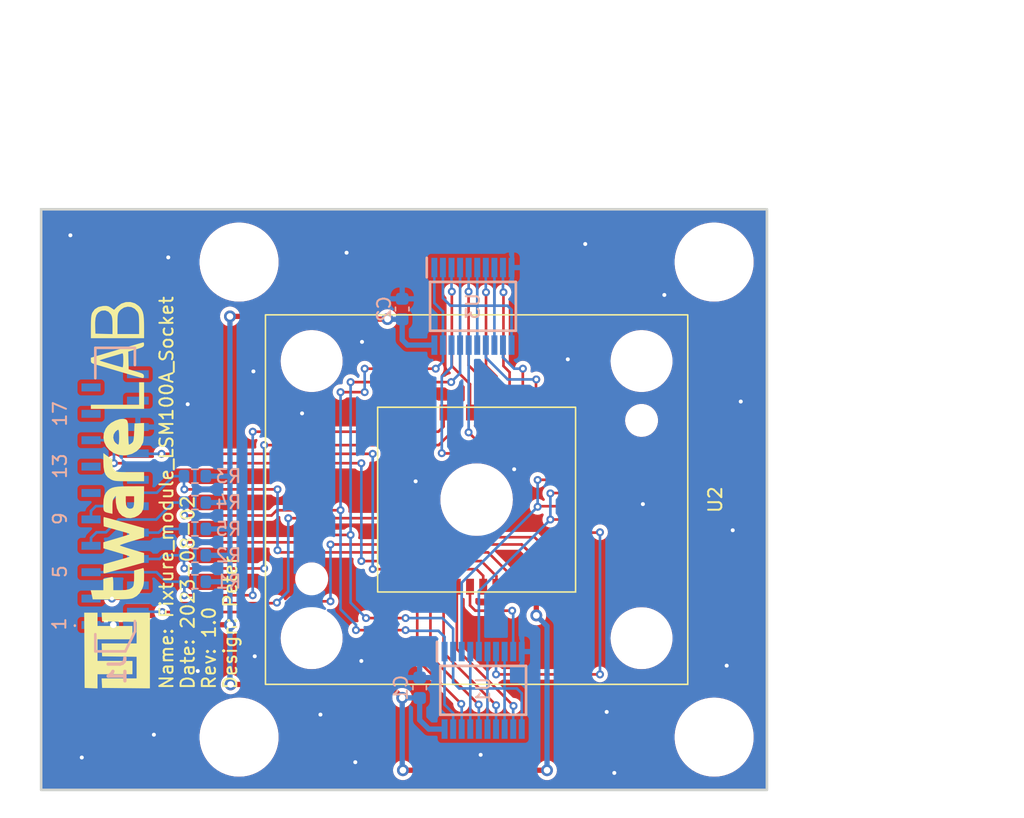
<source format=kicad_pcb>
(kicad_pcb (version 20221018) (generator pcbnew)
  (title_block (title "Fixfure_module_lsm100a_socket") (date "2023-08-02") (rev "0"))
  (layers (0 "F.Cu" signal) (31 "B.Cu" signal) (34 "B.Paste" user) (35 "F.Paste" user) (36 "B.SilkS" user "B.Silkscreen") (37 "F.SilkS" user "F.Silkscreen") (38 "B.Mask" user) (39 "F.Mask" user) (44 "Edge.Cuts" user))
  (net 0 "")
  (net 1 "VDD")
  (net 2 "GND")
  (net 3 "UART2_TX")
  (net 4 "UART2_RX")
  (net 6 "GPIO02")
  (net 7 "GPIO03")
  (net 8 "GPIO04")
  (net 9 "GPIO05")
  (net 10 "GPIO06")
  (net 11 "UART1_TX")
  (net 12 "UART1_RX")
  (net 15 "SWDIO")
  (net 16 "SWCLK")
  (net 22 "/LSM100A_WITH_SOCKET/TIO7")
  (net 23 "/LSM100A_WITH_SOCKET/TIO6")
  (net 24 "/LSM100A_WITH_SOCKET/TIO5")
  (net 25 "/LSM100A_WITH_SOCKET/TIO4")
  (net 26 "/LSM100A_WITH_SOCKET/TIO3")
  (net 27 "/LSM100A_WITH_SOCKET/TIO2")
  (net 28 "/LSM100A_WITH_SOCKET/TIO1")
  (net 29 "/LSM100A_WITH_SOCKET/TIO0")
  (net 30 "/LSM100A_WITH_SOCKET/TIO8")
  (net 31 "/LSM100A_WITH_SOCKET/TIO9")
  (net 32 "/LSM100A_WITH_SOCKET/TIO10")
  (net 33 "/LSM100A_WITH_SOCKET/TIO11")
  (net 34 "/LSM100A_WITH_SOCKET/TIO12")
  (net 35 "/LSM100A_WITH_SOCKET/TIO13")
  (net 36 "/LSM100A_WITH_SOCKET/TIO14")
  (net 37 "/LSM100A_WITH_SOCKET/TIO15")
  (footprint "tWareLab:twarelablogo_w80" (layer "F.Cu") (at 125.7792 98.28 90)
    (fp_text reference "G***" hide)
    (fp_text value "LOGO" hide)
  )
  (footprint "tWareLab:lsm100a_socket" (layer "F.Cu") (at 153.0568 98.5992 180)
    (fp_text reference "U2" (at -18.0884 -0.0036 90 unlocked) (layer "F.SilkS"))
    (fp_text value "LSM100A_SOCKET")
    (pad "" np_thru_hole circle (at -12.5 -10.5 180) (size 2.7 2.7) (drill 2.7) (layers "F&B.Cu" "*.Mask") (clearance 1))
    (pad "" np_thru_hole circle (at -12.5 6 180) (size 2 2) (drill 2) (layers "*.Cu" "*.Mask"))
    (pad "" np_thru_hole circle (at -12.5 10.5 180) (size 2.7 2.7) (drill 2.7) (layers "F&B.Cu" "*.Mask") (clearance 1))
    (pad "" np_thru_hole circle (at 0 0 180) (size 5 5) (drill 5) (layers "*.Cu" "*.Mask"))
    (pad "" np_thru_hole circle (at 12.5 -10.5 180) (size 2.7 2.7) (drill 2.7) (layers "F&B.Cu" "*.Mask") (clearance 1))
    (pad "" np_thru_hole circle (at 12.5 -6 180) (size 2 2) (drill 2) (layers "*.Cu" "*.Mask"))
    (pad "" np_thru_hole circle (at 12.5 10.5 180) (size 2.7 2.7) (drill 2.7) (layers "F&B.Cu" "*.Mask") (clearance 1))
    (pad "1" smd rect (at 5.5 -6.6 90) (size 1.2 0.6) (layers "F.Cu" "F.Paste" "F.Mask") (net 2 "GND"))
    (pad "2" smd rect (at 4.5 -6.6 90) (size 1.2 0.6) (layers "F.Cu" "F.Paste" "F.Mask") (net 29 "/LSM100A_WITH_SOCKET/TIO0"))
    (pad "3" smd rect (at 3.5 -6.6 90) (size 1.2 0.6) (layers "F.Cu" "F.Paste" "F.Mask") (net 28 "/LSM100A_WITH_SOCKET/TIO1"))
    (pad "4" smd rect (at 2.5 -6.6 90) (size 1.2 0.6) (layers "F.Cu" "F.Paste" "F.Mask") (net 27 "/LSM100A_WITH_SOCKET/TIO2"))
    (pad "5" smd rect (at 1.5 -6.6 90) (size 1.2 0.6) (layers "F.Cu" "F.Paste" "F.Mask") (net 26 "/LSM100A_WITH_SOCKET/TIO3"))
    (pad "6" smd rect (at 0.5 -6.6 90) (size 1.2 0.6) (layers "F.Cu" "F.Paste" "F.Mask") (net 25 "/LSM100A_WITH_SOCKET/TIO4"))
    (pad "7" smd rect (at -0.5 -6.6 90) (size 1.2 0.6) (layers "F.Cu" "F.Paste" "F.Mask") (net 15 "SWDIO"))
    (pad "8" smd rect (at -1.5 -6.6 90) (size 1.2 0.6) (layers "F.Cu" "F.Paste" "F.Mask") (net 16 "SWCLK"))
    (pad "9" smd rect (at -2.5 -6.6 90) (size 1.2 0.6) (layers "F.Cu" "F.Paste" "F.Mask") (net 10 "GPIO06"))
    (pad "10" smd rect (at -3.5 -6.6 90) (size 1.2 0.6) (layers "F.Cu" "F.Paste" "F.Mask") (net 2 "GND"))
    (pad "11" smd rect (at -4.5 -6.6 90) (size 1.2 0.6) (layers "F.Cu" "F.Paste" "F.Mask") (net 1 "VDD"))
    (pad "12" smd rect (at -5.5 -6.6 90) (size 1.2 0.6) (layers "F.Cu" "F.Paste" "F.Mask") (net 2 "GND"))
    (pad "13" smd rect (at -7.1 -4.5 180) (size 1.2 0.6) (layers "F.Cu" "F.Paste" "F.Mask") (net 3 "UART2_TX"))
    (pad "14" smd rect (at -7.1 -3.5 180) (size 1.2 0.6) (layers "F.Cu" "F.Paste" "F.Mask") (net 4 "UART2_RX"))
    (pad "15" smd rect (at -7.1 -2.5 180) (size 1.2 0.6) (layers "F.Cu" "F.Paste" "F.Mask") (net 24 "/LSM100A_WITH_SOCKET/TIO5"))
    (pad "16" smd rect (at -7.1 -1.5 180) (size 1.2 0.6) (layers "F.Cu" "F.Paste" "F.Mask") (net 23 "/LSM100A_WITH_SOCKET/TIO6"))
    (pad "17" smd rect (at -7.1 -0.5 180) (size 1.2 0.6) (layers "F.Cu" "F.Paste" "F.Mask") (net 22 "/LSM100A_WITH_SOCKET/TIO7"))
    (pad "18" smd rect (at -7.1 0.5 180) (size 1.2 0.6) (layers "F.Cu" "F.Paste" "F.Mask") (net 23 "/LSM100A_WITH_SOCKET/TIO6"))
    (pad "19" smd rect (at -7.1 1.5 180) (size 1.2 0.6) (layers "F.Cu" "F.Paste" "F.Mask") (net 22 "/LSM100A_WITH_SOCKET/TIO7"))
    (pad "20" smd rect (at -7.1 2.5 180) (size 1.2 0.6) (layers "F.Cu" "F.Paste" "F.Mask") (net 2 "GND"))
    (pad "21" smd rect (at -7.1 3.5 180) (size 1.2 0.6) (layers "F.Cu" "F.Paste" "F.Mask") (net 30 "/LSM100A_WITH_SOCKET/TIO8"))
    (pad "22" smd rect (at -7.1 4.5 180) (size 1.2 0.6) (layers "F.Cu" "F.Paste" "F.Mask") (net 31 "/LSM100A_WITH_SOCKET/TIO9"))
    (pad "23" smd rect (at -5.5 6.6 90) (size 1.2 0.6) (layers "F.Cu" "F.Paste" "F.Mask") (net 2 "GND"))
    (pad "24" smd rect (at -4.5 6.6 90) (size 1.2 0.6) (layers "F.Cu" "F.Paste" "F.Mask") (net 32 "/LSM100A_WITH_SOCKET/TIO10"))
    (pad "25" smd rect (at -3.5 6.6 90) (size 1.2 0.6) (layers "F.Cu" "F.Paste" "F.Mask") (net 33 "/LSM100A_WITH_SOCKET/TIO11"))
    (pad "26" smd rect (at -2.5 6.6 90) (size 1.2 0.6) (layers "F.Cu" "F.Paste" "F.Mask") (net 34 "/LSM100A_WITH_SOCKET/TIO12"))
    (pad "27" smd rect (at -1.5 6.6 90) (size 1.2 0.6) (layers "F.Cu" "F.Paste" "F.Mask") (net 35 "/LSM100A_WITH_SOCKET/TIO13"))
    (pad "28" smd rect (at -0.5 6.6 90) (size 1.2 0.6) (layers "F.Cu" "F.Paste" "F.Mask") (net 36 "/LSM100A_WITH_SOCKET/TIO14"))
    (pad "29" smd rect (at 0.5 6.6 90) (size 1.2 0.6) (layers "F.Cu" "F.Paste" "F.Mask") (net 37 "/LSM100A_WITH_SOCKET/TIO15"))
    (pad "30" smd rect (at 1.5 6.6 90) (size 1.2 0.6) (layers "F.Cu" "F.Paste" "F.Mask") (net 7 "GPIO03"))
    (pad "31" smd rect (at 2.5 6.6 90) (size 1.2 0.6) (layers "F.Cu" "F.Paste" "F.Mask") (net 6 "GPIO02"))
    (pad "32" smd rect (at 3.5 6.6 90) (size 1.2 0.6) (layers "F.Cu" "F.Paste" "F.Mask") (net 2 "GND"))
    (pad "33" smd rect (at 4.5 6.6 90) (size 1.2 0.6) (layers "F.Cu" "F.Paste" "F.Mask"))
    (pad "34" smd rect (at 5.5 6.6 90) (size 1.2 0.6) (layers "F.Cu" "F.Paste" "F.Mask") (net 2 "GND"))
  )
  (footprint "MountingHole:MountingHole_3mm" (layer "F.Cu") (at 171.0568 116.5992)
    (fp_text reference "REF**" hide)
    (fp_text value "MountingHole_3mm")
    (pad "" np_thru_hole circle (at 0 0) (size 3 3) (drill 3) (layers "*.Cu" "*.Mask"))
  )
  (footprint "MountingHole:MountingHole_3mm" (layer "F.Cu") (at 171.0568 80.5992)
    (fp_text reference "REF**" hide)
    (fp_text value "MountingHole_3mm")
    (pad "" np_thru_hole circle (at 0 0) (size 3 3) (drill 3) (layers "*.Cu" "*.Mask"))
  )
  (footprint "MountingHole:MountingHole_3mm" (layer "F.Cu") (at 135.0568 116.5992)
    (fp_text reference "REF**" hide)
    (fp_text value "MountingHole_3mm")
    (pad "" np_thru_hole circle (at 0 0) (size 3 3) (drill 3) (layers "*.Cu" "*.Mask"))
  )
  (footprint "MountingHole:MountingHole_3mm" (layer "F.Cu") (at 135.0568 80.5992)
    (fp_text reference "REF**" hide)
    (fp_text value "MountingHole_3mm")
    (pad "" np_thru_hole circle (at 0 0) (size 3 3) (drill 3) (layers "*.Cu" "*.Mask"))
  )
  (footprint "Resistor_SMD:R_0603_1608Metric" (layer "B.Cu") (at 131.7088 102.8236 180)
    (fp_text reference "R2" (at -2.54 0) (layer "B.SilkS") (effects (justify mirror)))
    (fp_text value "10K")
    (pad "1" smd roundrect (at -0.825 0 180) (size 0.8 0.95) (layers "B.Cu" "B.Paste" "B.Mask") (net 1 "VDD"))
    (pad "2" smd roundrect (at 0.825 0 180) (size 0.8 0.95) (layers "B.Cu" "B.Paste" "B.Mask") (net 7 "GPIO03"))
  )
  (footprint "tWareLab:528082071" (layer "B.Cu") (at 125.6128 98.5992 90)
    (fp_text reference "J1" (at -12.8888 0.2172 90) (layer "B.SilkS") (effects (font (size 1.27 1.27) (thickness 0.254)) (justify mirror)))
    (fp_text value "Conn_01x20" hide)
    (pad "1" smd rect (at -9.5 -1.775 90) (size 0.6 1.45) (layers "B.Cu" "B.Paste" "B.Mask") (net 1 "VDD"))
    (pad "2" smd rect (at -8.5 1.775 90) (size 0.6 1.65) (layers "B.Cu" "B.Paste" "B.Mask") (net 3 "UART2_TX"))
    (pad "3" smd rect (at -7.5 -1.775 90) (size 0.6 1.45) (layers "B.Cu" "B.Paste" "B.Mask") (net 4 "UART2_RX"))
    (pad "4" smd rect (at -6.5 1.775 90) (size 0.6 1.65) (layers "B.Cu" "B.Paste" "B.Mask"))
    (pad "5" smd rect (at -5.5 -1.775 90) (size 0.6 1.45) (layers "B.Cu" "B.Paste" "B.Mask") (net 6 "GPIO02"))
    (pad "6" smd rect (at -4.5 1.775 90) (size 0.6 1.65) (layers "B.Cu" "B.Paste" "B.Mask") (net 7 "GPIO03"))
    (pad "7" smd rect (at -3.5 -1.775 90) (size 0.6 1.45) (layers "B.Cu" "B.Paste" "B.Mask") (net 8 "GPIO04"))
    (pad "8" smd rect (at -2.5 1.775 90) (size 0.6 1.65) (layers "B.Cu" "B.Paste" "B.Mask") (net 9 "GPIO05"))
    (pad "9" smd rect (at -1.5 -1.775 90) (size 0.6 1.45) (layers "B.Cu" "B.Paste" "B.Mask") (net 10 "GPIO06"))
    (pad "10" smd rect (at -0.5 1.775 90) (size 0.6 1.65) (layers "B.Cu" "B.Paste" "B.Mask") (net 11 "UART1_TX"))
    (pad "11" smd rect (at 0.5 -1.775 90) (size 0.6 1.45) (layers "B.Cu" "B.Paste" "B.Mask") (net 12 "UART1_RX"))
    (pad "12" smd rect (at 1.5 1.775 90) (size 0.6 1.65) (layers "B.Cu" "B.Paste" "B.Mask"))
    (pad "13" smd rect (at 2.5 -1.775 90) (size 0.6 1.45) (layers "B.Cu" "B.Paste" "B.Mask"))
    (pad "14" smd rect (at 3.5 1.775 90) (size 0.6 1.65) (layers "B.Cu" "B.Paste" "B.Mask") (net 15 "SWDIO"))
    (pad "15" smd rect (at 4.5 -1.775 90) (size 0.6 1.45) (layers "B.Cu" "B.Paste" "B.Mask") (net 16 "SWCLK"))
    (pad "16" smd rect (at 5.5 1.775 90) (size 0.6 1.65) (layers "B.Cu" "B.Paste" "B.Mask") (net 2 "GND"))
    (pad "17" smd rect (at 6.5 -1.775 90) (size 0.6 1.45) (layers "B.Cu" "B.Paste" "B.Mask"))
    (pad "18" smd rect (at 7.5 1.775 90) (size 0.6 1.65) (layers "B.Cu" "B.Paste" "B.Mask"))
    (pad "19" smd rect (at 8.5 -1.775 90) (size 0.6 1.45) (layers "B.Cu" "B.Paste" "B.Mask"))
    (pad "20" smd rect (at 9.5 1.775 90) (size 0.6 1.65) (layers "B.Cu" "B.Paste" "B.Mask"))
  )
  (footprint "Resistor_SMD:R_0603_1608Metric" (layer "B.Cu") (at 131.7088 96.8236 180)
    (fp_text reference "R3" (at -2.54 0) (layer "B.SilkS") (effects (justify mirror)))
    (fp_text value "10K")
    (pad "1" smd roundrect (at -0.825 0 180) (size 0.8 0.95) (layers "B.Cu" "B.Paste" "B.Mask") (net 1 "VDD"))
    (pad "2" smd roundrect (at 0.825 0 180) (size 0.8 0.95) (layers "B.Cu" "B.Paste" "B.Mask") (net 10 "GPIO06"))
  )
  (footprint "Resistor_SMD:R_0603_1608Metric" (layer "B.Cu") (at 131.7088 100.8236 180)
    (fp_text reference "R5" (at -2.54 0) (layer "B.SilkS") (effects (justify mirror)))
    (fp_text value "10K")
    (pad "1" smd roundrect (at -0.825 0 180) (size 0.8 0.95) (layers "B.Cu" "B.Paste" "B.Mask") (net 1 "VDD"))
    (pad "2" smd roundrect (at 0.825 0 180) (size 0.8 0.95) (layers "B.Cu" "B.Paste" "B.Mask") (net 9 "GPIO05"))
  )
  (footprint "tWareLab:SOP65P640X120-20N" (layer "B.Cu") (at 152.7798 83.9532 -90)
    (fp_text reference "U3" (at 0 0 -270) (layer "B.SilkS") (effects (justify mirror)))
    (fp_text value "SN74LVC240APW" hide)
    (pad "1" smd rect (at -2.938 2.925 180) (size 0.45 1.475) (layers "B.Cu" "B.Paste" "B.Mask") (net 8 "GPIO04"))
    (pad "2" smd rect (at -2.938 2.275 180) (size 0.45 1.475) (layers "B.Cu" "B.Paste" "B.Mask") (net 9 "GPIO05"))
    (pad "3" smd rect (at -2.938 1.625 180) (size 0.45 1.475) (layers "B.Cu" "B.Paste" "B.Mask") (net 37 "/LSM100A_WITH_SOCKET/TIO15"))
    (pad "4" smd rect (at -2.938 0.975 180) (size 0.45 1.475) (layers "B.Cu" "B.Paste" "B.Mask") (net 9 "GPIO05"))
    (pad "5" smd rect (at -2.938 0.325 180) (size 0.45 1.475) (layers "B.Cu" "B.Paste" "B.Mask") (net 36 "/LSM100A_WITH_SOCKET/TIO14"))
    (pad "6" smd rect (at -2.938 -0.325 180) (size 0.45 1.475) (layers "B.Cu" "B.Paste" "B.Mask") (net 9 "GPIO05"))
    (pad "7" smd rect (at -2.938 -0.975 180) (size 0.45 1.475) (layers "B.Cu" "B.Paste" "B.Mask") (net 35 "/LSM100A_WITH_SOCKET/TIO13"))
    (pad "8" smd rect (at -2.938 -1.625 180) (size 0.45 1.475) (layers "B.Cu" "B.Paste" "B.Mask") (net 9 "GPIO05"))
    (pad "9" smd rect (at -2.938 -2.275 180) (size 0.45 1.475) (layers "B.Cu" "B.Paste" "B.Mask") (net 34 "/LSM100A_WITH_SOCKET/TIO12"))
    (pad "10" smd rect (at -2.938 -2.925 180) (size 0.45 1.475) (layers "B.Cu" "B.Paste" "B.Mask") (net 2 "GND"))
    (pad "11" smd rect (at 2.938 -2.925 180) (size 0.45 1.475) (layers "B.Cu" "B.Paste" "B.Mask") (net 9 "GPIO05"))
    (pad "12" smd rect (at 2.938 -2.275 180) (size 0.45 1.475) (layers "B.Cu" "B.Paste" "B.Mask") (net 33 "/LSM100A_WITH_SOCKET/TIO11"))
    (pad "13" smd rect (at 2.938 -1.625 180) (size 0.45 1.475) (layers "B.Cu" "B.Paste" "B.Mask") (net 9 "GPIO05"))
    (pad "14" smd rect (at 2.938 -0.975 180) (size 0.45 1.475) (layers "B.Cu" "B.Paste" "B.Mask") (net 32 "/LSM100A_WITH_SOCKET/TIO10"))
    (pad "15" smd rect (at 2.938 -0.325 180) (size 0.45 1.475) (layers "B.Cu" "B.Paste" "B.Mask") (net 9 "GPIO05"))
    (pad "16" smd rect (at 2.938 0.325 180) (size 0.45 1.475) (layers "B.Cu" "B.Paste" "B.Mask") (net 31 "/LSM100A_WITH_SOCKET/TIO9"))
    (pad "17" smd rect (at 2.938 0.975 180) (size 0.45 1.475) (layers "B.Cu" "B.Paste" "B.Mask") (net 9 "GPIO05"))
    (pad "18" smd rect (at 2.938 1.625 180) (size 0.45 1.475) (layers "B.Cu" "B.Paste" "B.Mask") (net 30 "/LSM100A_WITH_SOCKET/TIO8"))
    (pad "19" smd rect (at 2.938 2.275 180) (size 0.45 1.475) (layers "B.Cu" "B.Paste" "B.Mask") (net 8 "GPIO04"))
    (pad "20" smd rect (at 2.938 2.925 180) (size 0.45 1.475) (layers "B.Cu" "B.Paste" "B.Mask") (net 1 "VDD"))
  )
  (footprint "tWareLab:SOP65P640X120-20N" (layer "B.Cu") (at 153.5528 113.0532 -90)
    (fp_text reference "U1" (at 0 0 90) (layer "B.SilkS") (effects (justify mirror)))
    (fp_text value "SN74LVC240APW" hide)
    (pad "1" smd rect (at -2.938 2.925 180) (size 0.45 1.475) (layers "B.Cu" "B.Paste" "B.Mask") (net 8 "GPIO04"))
    (pad "2" smd rect (at -2.938 2.275 180) (size 0.45 1.475) (layers "B.Cu" "B.Paste" "B.Mask") (net 9 "GPIO05"))
    (pad "3" smd rect (at -2.938 1.625 180) (size 0.45 1.475) (layers "B.Cu" "B.Paste" "B.Mask") (net 22 "/LSM100A_WITH_SOCKET/TIO7"))
    (pad "4" smd rect (at -2.938 0.975 180) (size 0.45 1.475) (layers "B.Cu" "B.Paste" "B.Mask") (net 9 "GPIO05"))
    (pad "5" smd rect (at -2.938 0.325 180) (size 0.45 1.475) (layers "B.Cu" "B.Paste" "B.Mask") (net 23 "/LSM100A_WITH_SOCKET/TIO6"))
    (pad "6" smd rect (at -2.938 -0.325 180) (size 0.45 1.475) (layers "B.Cu" "B.Paste" "B.Mask") (net 9 "GPIO05"))
    (pad "7" smd rect (at -2.938 -0.975 180) (size 0.45 1.475) (layers "B.Cu" "B.Paste" "B.Mask") (net 24 "/LSM100A_WITH_SOCKET/TIO5"))
    (pad "8" smd rect (at -2.938 -1.625 180) (size 0.45 1.475) (layers "B.Cu" "B.Paste" "B.Mask") (net 9 "GPIO05"))
    (pad "9" smd rect (at -2.938 -2.275 180) (size 0.45 1.475) (layers "B.Cu" "B.Paste" "B.Mask") (net 25 "/LSM100A_WITH_SOCKET/TIO4"))
    (pad "10" smd rect (at -2.938 -2.925 180) (size 0.45 1.475) (layers "B.Cu" "B.Paste" "B.Mask") (net 2 "GND"))
    (pad "11" smd rect (at 2.938 -2.925 180) (size 0.45 1.475) (layers "B.Cu" "B.Paste" "B.Mask") (net 9 "GPIO05"))
    (pad "12" smd rect (at 2.938 -2.275 180) (size 0.45 1.475) (layers "B.Cu" "B.Paste" "B.Mask") (net 26 "/LSM100A_WITH_SOCKET/TIO3"))
    (pad "13" smd rect (at 2.938 -1.625 180) (size 0.45 1.475) (layers "B.Cu" "B.Paste" "B.Mask") (net 9 "GPIO05"))
    (pad "14" smd rect (at 2.938 -0.975 180) (size 0.45 1.475) (layers "B.Cu" "B.Paste" "B.Mask") (net 27 "/LSM100A_WITH_SOCKET/TIO2"))
    (pad "15" smd rect (at 2.938 -0.325 180) (size 0.45 1.475) (layers "B.Cu" "B.Paste" "B.Mask") (net 9 "GPIO05"))
    (pad "16" smd rect (at 2.938 0.325 180) (size 0.45 1.475) (layers "B.Cu" "B.Paste" "B.Mask") (net 28 "/LSM100A_WITH_SOCKET/TIO1"))
    (pad "17" smd rect (at 2.938 0.975 180) (size 0.45 1.475) (layers "B.Cu" "B.Paste" "B.Mask") (net 9 "GPIO05"))
    (pad "18" smd rect (at 2.938 1.625 180) (size 0.45 1.475) (layers "B.Cu" "B.Paste" "B.Mask") (net 29 "/LSM100A_WITH_SOCKET/TIO0"))
    (pad "19" smd rect (at 2.938 2.275 180) (size 0.45 1.475) (layers "B.Cu" "B.Paste" "B.Mask") (net 8 "GPIO04"))
    (pad "20" smd rect (at 2.938 2.925 180) (size 0.45 1.475) (layers "B.Cu" "B.Paste" "B.Mask") (net 1 "VDD"))
  )
  (footprint "Capacitor_SMD:C_0603_1608Metric" (layer "B.Cu") (at 147.42 84.1576 90)
    (fp_text reference "C2" (at 0 -1.3716 90) (layer "B.SilkS") (effects (justify mirror)))
    (fp_text value "1uF")
    (pad "1" smd roundrect (at -0.775 0 90) (size 0.9 0.95) (layers "B.Cu" "B.Paste" "B.Mask") (net 1 "VDD"))
    (pad "2" smd roundrect (at 0.775 0 90) (size 0.9 0.95) (layers "B.Cu" "B.Paste" "B.Mask") (net 2 "GND"))
  )
  (footprint "Resistor_SMD:R_0603_1608Metric" (layer "B.Cu") (at 131.7088 104.8236 180)
    (fp_text reference "R1" (at -2.54 0) (layer "B.SilkS") (effects (justify mirror)))
    (fp_text value "10K")
    (pad "1" smd roundrect (at -0.825 0 180) (size 0.8 0.95) (layers "B.Cu" "B.Paste" "B.Mask") (net 1 "VDD"))
    (pad "2" smd roundrect (at 0.825 0 180) (size 0.8 0.95) (layers "B.Cu" "B.Paste" "B.Mask") (net 6 "GPIO02"))
  )
  (footprint "Resistor_SMD:R_0603_1608Metric" (layer "B.Cu") (at 131.7088 98.8236 180)
    (fp_text reference "R4" (at -2.54 0.03) (layer "B.SilkS") (effects (justify mirror)))
    (fp_text value "10K")
    (pad "1" smd roundrect (at -0.825 0 180) (size 0.8 0.95) (layers "B.Cu" "B.Paste" "B.Mask") (net 1 "VDD"))
    (pad "2" smd roundrect (at 0.825 0 180) (size 0.8 0.95) (layers "B.Cu" "B.Paste" "B.Mask") (net 8 "GPIO04"))
  )
  (footprint "Capacitor_SMD:C_0603_1608Metric" (layer "B.Cu") (at 148.7408 112.8596 90)
    (fp_text reference "C1" (at 0 -1.4224 90) (layer "B.SilkS") (effects (justify mirror)))
    (fp_text value "1uF")
    (pad "1" smd roundrect (at -0.775 0 90) (size 0.9 0.95) (layers "B.Cu" "B.Paste" "B.Mask") (net 1 "VDD"))
    (pad "2" smd roundrect (at 0.775 0 90) (size 0.9 0.95) (layers "B.Cu" "B.Paste" "B.Mask") (net 2 "GND"))
  )
  (gr_rect (start 120.0568 76.5992) (end 175.0568 120.5992) (stroke (width 0.2)) (fill none) (layer "Edge.Cuts"))
  (gr_text "1" (at 122.02 108.5924 90) (layer "B.SilkS") (effects (font (size 1 1)) (justify left bottom)))
  (gr_text "17" (at 122.0708 93.1492 90) (layer "B.SilkS") (effects (font (size 1 1)) (justify left bottom)))
  (gr_text "9" (at 122.0708 100.6168 90) (layer "B.SilkS") (effects (font (size 1 1)) (justify left bottom)))
  (gr_text "5\n" (at 122.0708 104.63 90) (layer "B.SilkS") (effects (font (size 1 1)) (justify left bottom)))
  (gr_text "13" (at 122.0708 97.1116 90) (layer "B.SilkS") (effects (font (size 1 1)) (justify left bottom)))
  (gr_text "Name: Fixture_module_LSM100A_Socket\nDate: 2023-08-02\nRev: 1.0\nDesign: Peter" (at 134.974 113.0628 90) (layer "F.SilkS") (effects (font (size 1 1)) (justify left bottom)))
  (segment (start 125.5252 108.0844) (end 134.3644 108.0844) (width 0.4) (layer "F.Cu") (net 1))
  (segment (start 146.404 112.6056) (end 147.42 113.6216) (width 0.4) (layer "F.Cu") (net 1))
  (segment (start 134.3644 84.7164) (end 144.8292 84.7164) (width 0.4) (layer "F.Cu") (net 1))
  (segment (start 147.4708 119.108) (end 158.3928 119.108) (width 0.4) (layer "F.Cu") (net 1))
  (segment (start 157.58 105.2224) (end 157.5568 105.1992) (width 0.4) (layer "F.Cu") (net 1))
  (segment (start 134.4152 112.6056) (end 146.404 112.6056) (width 0.4) (layer "F.Cu") (net 1))
  (segment (start 145.0324 84.9196) (end 144.8292 84.7164) (width 0.4) (layer "F.Cu") (net 1))
  (segment (start 157.58 107.3732) (end 157.58 105.2224) (width 0.4) (layer "F.Cu") (net 1))
  (segment (start 146.3024 84.9196) (end 145.0324 84.9196) (width 0.4) (layer "F.Cu") (net 1))
  (via (at 146.3024 84.9196) (size 0.9) (drill 0.5) (layers "F.Cu" "B.Cu") (net 1))
  (via (at 158.3928 119.108) (size 0.9) (drill 0.5) (layers "F.Cu" "B.Cu") (net 1))
  (via (at 147.4708 119.108) (size 0.9) (drill 0.5) (layers "F.Cu" "B.Cu") (net 1))
  (via (at 157.58 107.3732) (size 0.9) (drill 0.5) (layers "F.Cu" "B.Cu") (net 1))
  (via (at 134.3644 108.0844) (size 0.9) (drill 0.5) (layers "F.Cu" "B.Cu") (net 1))
  (via (at 147.42 113.6216) (size 0.9) (drill 0.5) (layers "F.Cu" "B.Cu") (net 1))
  (via (at 134.4152 112.6056) (size 0.9) (drill 0.5) (layers "F.Cu" "B.Cu") (net 1))
  (via (at 125.5252 108.0844) (size 0.9) (drill 0.5) (layers "F.Cu" "B.Cu") (net 1))
  (via (at 134.3644 84.7164) (size 0.9) (drill 0.5) (layers "F.Cu" "B.Cu") (net 1))
  (segment (start 134.3288 98.8236) (end 134.3644 98.788) (width 0.4) (layer "B.Cu") (net 1))
  (segment (start 149.434 115.9912) (end 150.6278 115.9912) (width 0.4) (layer "B.Cu") (net 1))
  (segment (start 134.3304 96.8236) (end 134.3644 96.8576) (width 0.4) (layer "B.Cu") (net 1))
  (segment (start 158.3928 108.186) (end 157.58 107.3732) (width 0.4) (layer "B.Cu") (net 1))
  (segment (start 146.3154 84.9326) (end 146.3024 84.9196) (width 0.4) (layer "B.Cu") (net 1))
  (segment (start 134.3644 112.5548) (end 134.4152 112.6056) (width 0.4) (layer "B.Cu") (net 1))
  (segment (start 134.3172 100.8236) (end 134.3644 100.8708) (width 0.4) (layer "B.Cu") (net 1))
  (segment (start 149.8548 86.8912) (end 147.8168 86.8912) (width 0.4) (layer "B.Cu") (net 1))
  (segment (start 123.8378 108.0992) (end 125.5104 108.0992) (width 0.4) (layer "B.Cu") (net 1))
  (segment (start 134.3644 104.8332) (end 134.3644 102.852) (width 0.4) (layer "B.Cu") (net 1))
  (segment (start 134.3644 100.8708) (end 134.3644 98.788) (width 0.4) (layer "B.Cu") (net 1))
  (segment (start 134.3644 108.0844) (end 134.3644 112.5548) (width 0.4) (layer "B.Cu") (net 1))
  (segment (start 148.7278 113.6216) (end 148.7408 113.6346) (width 0.4) (layer "B.Cu") (net 1))
  (segment (start 134.3644 102.852) (end 134.3644 100.8708) (width 0.4) (layer "B.Cu") (net 1))
  (segment (start 147.42 84.9326) (end 147.42 86.4944) (width 0.4) (layer "B.Cu") (net 1))
  (segment (start 147.42 113.6216) (end 148.7278 113.6216) (width 0.4) (layer "B.Cu") (net 1))
  (segment (start 158.3928 119.108) (end 158.3928 108.186) (width 0.4) (layer "B.Cu") (net 1))
  (segment (start 132.5338 96.8236) (end 134.3304 96.8236) (width 0.4) (layer "B.Cu") (net 1))
  (segment (start 132.5338 98.8236) (end 134.3288 98.8236) (width 0.4) (layer "B.Cu") (net 1))
  (segment (start 132.5338 104.8236) (end 134.3548 104.8236) (width 0.4) (layer "B.Cu") (net 1))
  (segment (start 147.42 119.0572) (end 147.4708 119.108) (width 0.4) (layer "B.Cu") (net 1))
  (segment (start 125.5104 108.0992) (end 125.5252 108.0844) (width 0.4) (layer "B.Cu") (net 1))
  (segment (start 132.5338 100.8236) (end 134.3172 100.8236) (width 0.4) (layer "B.Cu") (net 1))
  (segment (start 147.42 84.9326) (end 146.3154 84.9326) (width 0.4) (layer "B.Cu") (net 1))
  (segment (start 134.336 102.8236) (end 134.3644 102.852) (width 0.4) (layer "B.Cu") (net 1))
  (segment (start 134.3644 96.8576) (end 134.3644 84.7164) (width 0.4) (layer "B.Cu") (net 1))
  (segment (start 147.42 86.4944) (end 147.8168 86.8912) (width 0.4) (layer "B.Cu") (net 1))
  (segment (start 134.3644 108.0844) (end 134.3644 104.8332) (width 0.4) (layer "B.Cu") (net 1))
  (segment (start 134.3644 98.788) (end 134.3644 96.8576) (width 0.4) (layer "B.Cu") (net 1))
  (segment (start 132.5338 102.8236) (end 134.336 102.8236) (width 0.4) (layer "B.Cu") (net 1))
  (segment (start 134.3548 104.8236) (end 134.3644 104.8332) (width 0.4) (layer "B.Cu") (net 1))
  (segment (start 148.7408 113.6346) (end 148.7408 115.298) (width 0.4) (layer "B.Cu") (net 1))
  (segment (start 148.7408 115.298) (end 149.434 115.9912) (width 0.4) (layer "B.Cu") (net 1))
  (segment (start 147.42 113.6216) (end 147.42 119.0572) (width 0.4) (layer "B.Cu") (net 1))
  (via (at 153.3636 117.9396) (size 0.6) (drill 0.3) (layers "F.Cu" "B.Cu") (net 2))
  (via (at 123.1376 118.1428) (size 0.6) (drill 0.3) (layers "F.Cu" "B.Cu") (net 2))
  (via (at 122.274 78.5696) (size 0.6) (drill 0.3) (layers "F.Cu" "B.Cu") (net 2))
  (via (at 162.914 114.6884) (size 0.6) (drill 0.3) (layers "F.Cu" "B.Cu") (net 2))
  (via (at 165.6572 98.9404) (size 0.6) (drill 0.3) (layers "F.Cu" "B.Cu") (net 2))
  (via (at 159.9676 87.9676) (size 0.6) (drill 0.3) (layers "F.Cu" "B.Cu") (net 2))
  (via (at 128.60167 116.415041) (size 0.6) (drill 0.3) (layers "F.Cu" "B.Cu") (net 2))
  (via (at 131.164 91.3712) (size 0.6) (drill 0.3) (layers "F.Cu" "B.Cu") (net 2))
  (via (at 144.3212 110.8276) (size 0.6) (drill 0.3) (layers "F.Cu" "B.Cu") (net 2))
  (via (at 129.6908 80.246) (size 0.6) (drill 0.3) (layers "F.Cu" "B.Cu") (net 2))
  (via (at 136.1424 88.882) (size 0.6) (drill 0.3) (layers "F.Cu" "B.Cu") (net 2))
  (via (at 167.2828 83.0908) (size 0.6) (drill 0.3) (layers "F.Cu" "B.Cu") (net 2))
  (via (at 163.49178 119.31092) (size 0.6) (drill 0.3) (layers "F.Cu" "B.Cu") (net 2))
  (via (at 143.2036 79.8904) (size 0.6) (drill 0.3) (layers "F.Cu" "B.Cu") (net 2))
  (via (at 173.074 91.168) (size 0.6) (drill 0.3) (layers "F.Cu" "B.Cu") (net 2))
  (via (at 139.829586 92.064257) (size 0.6) (drill 0.3) (layers "F.Cu" "B.Cu") (net 2))
  (via (at 136.244 110.472) (size 0.6) (drill 0.3) (layers "F.Cu" "B.Cu") (net 2))
  (via (at 155.9036 96.2988) (size 0.6) (drill 0.3) (layers "F.Cu" "B.Cu") (net 2))
  (via (at 172.0072 111.1832) (size 0.6) (drill 0.3) (layers "F.Cu" "B.Cu") (net 2))
  (via (at 143.864 118.4984) (size 0.6) (drill 0.3) (layers "F.Cu" "B.Cu") (net 2))
  (via (at 131.926 111.5896) (size 0.6) (drill 0.3) (layers "F.Cu" "B.Cu") (net 2))
  (via (at 148.436 97.2132) (size 0.6) (drill 0.3) (layers "F.Cu" "B.Cu") (net 2))
  (via (at 144.372 86.6468) (size 0.6) (drill 0.3) (layers "F.Cu" "B.Cu") (net 2))
  (via (at 172.4644 100.9216) (size 0.6) (drill 0.3) (layers "F.Cu" "B.Cu") (net 2))
  (via (at 161.2884 79.23) (size 0.6) (drill 0.3) (layers "F.Cu" "B.Cu") (net 2))
  (via (at 141.2224 114.8916) (size 0.6) (drill 0.3) (layers "F.Cu" "B.Cu") (net 2))
  (segment (start 129.2336 107.1192) (end 138.276 107.1192) (width 0.2) (layer "F.Cu") (net 3))
  (segment (start 156.4725 101.9985) (end 157.5732 103.0992) (width 0.2) (layer "F.Cu") (net 3))
  (segment (start 141.9844 101.9985) (end 156.4725 101.9985) (width 0.2) (layer "F.Cu") (net 3))
  (segment (start 156.4725 101.9985) (end 157.453 102.979) (width 0.2) (layer "F.Cu") (net 3))
  (segment (start 138.276 107.1192) (end 139.0888 106.3064) (width 0.2) (layer "F.Cu") (net 3))
  (segment (start 139.0888 106.3064) (end 141.9844 106.3064) (width 0.2) (layer "F.Cu") (net 3))
  (segment (start 160.1568 103.0992) (end 157.5732 103.0992) (width 0.2) (layer "F.Cu") (net 3))
  (segment (start 157.453 102.979) (end 156.4624 101.9884) (width 0.2) (layer "F.Cu") (net 3))
  (segment (start 157.5732 103.0992) (end 157.453 102.979) (width 0.2) (layer "F.Cu") (net 3))
  (via (at 141.9844 106.3064) (size 0.6) (drill 0.3) (layers "F.Cu" "B.Cu") (net 3))
  (via (at 141.9844 101.9985) (size 0.6) (drill 0.3) (layers "F.Cu" "B.Cu") (net 3))
  (via (at 129.2336 107.1192) (size 0.6) (drill 0.3) (layers "F.Cu" "B.Cu") (net 3))
  (segment (start 127.3878 107.0992) (end 129.2136 107.0992) (width 0.2) (layer "B.Cu") (net 3))
  (segment (start 141.9844 106.3064) (end 141.9844 101.9985) (width 0.2) (layer "B.Cu") (net 3))
  (segment (start 129.2136 107.0992) (end 129.2336 107.1192) (width 0.2) (layer "B.Cu") (net 3))
  (segment (start 129.5384 106.1032) (end 125.4236 106.1032) (width 0.2) (layer "F.Cu") (net 4))
  (segment (start 158.0972 102.0992) (end 157.9864 101.9884) (width 0.2) (layer "F.Cu") (net 4))
  (segment (start 157.9864 101.9884) (end 157.4472 101.4492) (width 0.2) (layer "F.Cu") (net 4))
  (segment (start 150.1124 100.4136) (end 149.706 100.0072) (width 0.2) (layer "F.Cu") (net 4))
  (segment (start 137.8792 106.4492) (end 129.8844 106.4492) (width 0.2) (layer "F.Cu") (net 4))
  (segment (start 152.0428 101.4492) (end 151.148 101.4492) (width 0.2) (layer "F.Cu") (net 4))
  (segment (start 151.148 101.4492) (end 150.1124 100.4136) (width 0.2) (layer "F.Cu") (net 4))
  (segment (start 137.9204 106.408) (end 137.8792 106.4492) (width 0.2) (layer "F.Cu") (net 4))
  (segment (start 160.1568 102.0992) (end 158.0972 102.0992) (width 0.2) (layer "F.Cu") (net 4))
  (segment (start 129.8844 106.4492) (end 129.5384 106.1032) (width 0.2) (layer "F.Cu") (net 4))
  (segment (start 157.4472 101.4492) (end 152.0428 101.4492) (width 0.2) (layer "F.Cu") (net 4))
  (segment (start 149.706 100.0072) (end 138.784 100.0072) (width 0.2) (layer "F.Cu") (net 4))
  (via (at 137.9204 106.408) (size 0.6) (drill 0.3) (layers "F.Cu" "B.Cu") (net 4))
  (via (at 138.784 100.0072) (size 0.6) (drill 0.3) (layers "F.Cu" "B.Cu") (net 4))
  (via (at 125.4236 106.1032) (size 0.6) (drill 0.3) (layers "F.Cu" "B.Cu") (net 4))
  (segment (start 125.4196 106.0992) (end 125.4236 106.1032) (width 0.2) (layer "B.Cu") (net 4))
  (segment (start 138.784 105.5444) (end 137.9204 106.408) (width 0.2) (layer "B.Cu") (net 4))
  (segment (start 138.784 100.0072) (end 138.784 105.5444) (width 0.2) (layer "B.Cu") (net 4))
  (segment (start 123.8378 106.0992) (end 125.4196 106.0992) (width 0.2) (layer "B.Cu") (net 4))
  (segment (start 150.5568 93.0604) (end 150.468 93.1492) (width 0.2) (layer "F.Cu") (net 6))
  (segment (start 150.5568 91.9992) (end 150.5568 93.0604) (width 0.2) (layer "F.Cu") (net 6))
  (segment (start 150.468 93.1492) (end 150.1632 93.454) (width 0.2) (layer "F.Cu") (net 6))
  (segment (start 136.0916 105.8492) (end 130.91 105.8492) (width 0.2) (layer "F.Cu") (net 6))
  (segment (start 150.1632 93.454) (end 136.0916 93.454) (width 0.2) (layer "F.Cu") (net 6))
  (via (at 136.0916 105.8492) (size 0.6) (drill 0.3) (layers "F.Cu" "B.Cu") (net 6))
  (via (at 130.91 105.8492) (size 0.6) (drill 0.3) (layers "F.Cu" "B.Cu") (net 6))
  (via (at 136.0916 93.454) (size 0.6) (drill 0.3) (layers "F.Cu" "B.Cu") (net 6))
  (segment (start 130.91 105.8492) (end 130.91 104.8498) (width 0.2) (layer "B.Cu") (net 6))
  (segment (start 129.5288 104.8236) (end 130.8838 104.8236) (width 0.2) (layer "B.Cu") (net 6))
  (segment (start 123.8378 104.0992) (end 128.8044 104.0992) (width 0.2) (layer "B.Cu") (net 6))
  (segment (start 136.0916 105.8492) (end 136.0916 93.454) (width 0.2) (layer "B.Cu") (net 6))
  (segment (start 128.8044 104.0992) (end 129.5288 104.8236) (width 0.2) (layer "B.Cu") (net 6))
  (segment (start 130.91 104.8498) (end 130.8838 104.8236) (width 0.2) (layer "B.Cu") (net 6))
  (segment (start 151.5568 93.091471) (end 151.5568 91.9992) (width 0.2) (layer "F.Cu") (net 7))
  (segment (start 150.178271 94.47) (end 151.5568 93.091471) (width 0.2) (layer "F.Cu") (net 7))
  (segment (start 136.9552 103.8172) (end 130.91 103.8172) (width 0.2) (layer "F.Cu") (net 7))
  (segment (start 150.178271 94.47) (end 136.9552 94.47) (width 0.2) (layer "F.Cu") (net 7))
  (via (at 136.9552 103.8172) (size 0.6) (drill 0.3) (layers "F.Cu" "B.Cu") (net 7))
  (via (at 136.9552 94.47) (size 0.6) (drill 0.3) (layers "F.Cu" "B.Cu") (net 7))
  (via (at 130.91 103.8172) (size 0.6) (drill 0.3) (layers "F.Cu" "B.Cu") (net 7))
  (segment (start 129.0372 103.0992) (end 129.3128 102.8236) (width 0.2) (layer "B.Cu") (net 7))
  (segment (start 130.8838 102.8236) (end 130.8838 103.791) (width 0.2) (layer "B.Cu") (net 7))
  (segment (start 136.9552 94.47) (end 136.9552 103.8172) (width 0.2) (layer "B.Cu") (net 7))
  (segment (start 127.3878 103.0992) (end 129.0372 103.0992) (width 0.2) (layer "B.Cu") (net 7))
  (segment (start 129.3128 102.8236) (end 130.8838 102.8236) (width 0.2) (layer "B.Cu") (net 7))
  (segment (start 130.8838 103.791) (end 130.91 103.8172) (width 0.2) (layer "B.Cu") (net 7))
  (segment (start 137.9108 99.4072) (end 142.7368 99.4072) (width 0.2) (layer "F.Cu") (net 8))
  (segment (start 130.91 99.804) (end 137.514 99.804) (width 0.2) (layer "F.Cu") (net 8))
  (segment (start 142.7368 99.4072) (end 142.7464 99.3976) (width 0.2) (layer "F.Cu") (net 8))
  (segment (start 149.96 88.6788) (end 144.5752 88.6788) (width 0.2) (layer "F.Cu") (net 8))
  (segment (start 137.514 99.804) (end 137.9108 99.4072) (width 0.2) (layer "F.Cu") (net 8))
  (segment (start 142.7464 90.4568) (end 144.5752 90.4568) (width 0.2) (layer "F.Cu") (net 8))
  (segment (start 147.674 108.4908) (end 143.9148 108.4908) (width 0.2) (layer "F.Cu") (net 8))
  (via (at 143.9148 108.4908) (size 0.6) (drill 0.3) (layers "F.Cu" "B.Cu") (net 8))
  (via (at 144.5752 90.4568) (size 0.6) (drill 0.3) (layers "F.Cu" "B.Cu") (net 8))
  (via (at 142.7464 90.4568) (size 0.6) (drill 0.3) (layers "F.Cu" "B.Cu") (net 8))
  (via (at 144.5752 88.6788) (size 0.6) (drill 0.3) (layers "F.Cu" "B.Cu") (net 8))
  (via (at 147.674 108.4908) (size 0.6) (drill 0.3) (layers "F.Cu" "B.Cu") (net 8))
  (via (at 142.7464 99.3976) (size 0.6) (drill 0.3) (layers "F.Cu" "B.Cu") (net 8))
  (via (at 149.96 88.6788) (size 0.6) (drill 0.3) (layers "F.Cu" "B.Cu") (net 8))
  (via (at 130.91 99.804) (size 0.6) (drill 0.3) (layers "F.Cu" "B.Cu") (net 8))
  (segment (start 149.8548 81.0152) (end 149.8548 83.6968) (width 0.2) (layer "B.Cu") (net 8))
  (segment (start 143.9148 108.4908) (end 143.9148 108.0844) (width 0.2) (layer "B.Cu") (net 8))
  (segment (start 147.7248 108.5416) (end 147.674 108.4908) (width 0.2) (layer "B.Cu") (net 8))
  (segment (start 124.2552 101.074) (end 124.9664 101.074) (width 0.2) (layer "B.Cu") (net 8))
  (segment (start 143.9148 108.0844) (end 142.7464 106.916) (width 0.2) (layer "B.Cu") (net 8))
  (segment (start 128.7764 100.1088) (end 125.9316 100.1088) (width 0.2) (layer "B.Cu") (net 8))
  (segment (start 124.9664 101.074) (end 125.9316 100.1088) (width 0.2) (layer "B.Cu") (net 8))
  (segment (start 151.2778 114.787) (end 150.6278 114.137) (width 0.2) (layer "B.Cu") (net 8))
  (segment (start 130.8838 98.8236) (end 130.8838 99.7778) (width 0.2) (layer "B.Cu") (net 8))
  (segment (start 150.5048 84.3468) (end 150.5048 86.8912) (width 0.2) (layer "B.Cu") (net 8))
  (segment (start 150.5048 86.8912) (end 150.5048 88.134) (width 0.2) (layer "B.Cu") (net 8))
  (segment (start 144.5752 90.4568) (end 144.5752 88.6788) (width 0.2) (layer "B.Cu") (net 8))
  (segment (start 123.8378 102.0992) (end 123.8378 101.4914) (width 0.2) (layer "B.Cu") (net 8))
  (segment (start 130.0616 98.8236) (end 129.5384 99.3468) (width 0.2) (layer "B.Cu") (net 8))
  (segment (start 150.1632 108.5416) (end 147.7248 108.5416) (width 0.2) (layer "B.Cu") (net 8))
  (segment (start 130.8838 99.7778) (end 130.91 99.804) (width 0.2) (layer "B.Cu") (net 8))
  (segment (start 142.7464 106.916) (end 142.7464 99.3976) (width 0.2) (layer "B.Cu") (net 8))
  (segment (start 142.7464 99.3976) (end 142.7464 90.4568) (width 0.2) (layer "B.Cu") (net 8))
  (segment (start 123.8378 101.4914) (end 124.2552 101.074) (width 0.2) (layer "B.Cu") (net 8))
  (segment (start 129.5384 99.3468) (end 128.7764 100.1088) (width 0.2) (layer "B.Cu") (net 8))
  (segment (start 149.8548 83.6968) (end 150.5048 84.3468) (width 0.2) (layer "B.Cu") (net 8))
  (segment (start 150.6278 114.137) (end 150.6278 110.1152) (width 0.2) (layer "B.Cu") (net 8))
  (segment (start 150.5048 88.134) (end 149.96 88.6788) (width 0.2) (layer "B.Cu") (net 8))
  (segment (start 130.8838 98.8236) (end 130.0616 98.8236) (width 0.2) (layer "B.Cu") (net 8))
  (segment (start 150.6278 110.1152) (end 150.6278 109.0062) (width 0.2) (layer "B.Cu") (net 8))
  (segment (start 151.2778 115.9912) (end 151.2778 114.787) (width 0.2) (layer "B.Cu") (net 8))
  (segment (start 150.6278 109.0062) (end 150.1632 108.5416) (width 0.2) (layer "B.Cu") (net 8))
  (segment (start 140.7144 101.2772) (end 143.5084 101.2772) (width 0.2) (layer "F.Cu") (net 9))
  (segment (start 140.1556 101.836) (end 140.4604 101.5312) (width 0.2) (layer "F.Cu") (net 9))
  (segment (start 130.91 101.836) (end 140.1556 101.836) (width 0.2) (layer "F.Cu") (net 9))
  (segment (start 144.6768 107.5764) (end 147.674 107.5764) (width 0.2) (layer "F.Cu") (net 9))
  (segment (start 151.1284 89.6948) (end 143.5084 89.6948) (width 0.2) (layer "F.Cu") (net 9))
  (segment (start 140.4604 101.5312) (end 140.7144 101.2772) (width 0.2) (layer "F.Cu") (net 9))
  (via (at 143.5084 89.6948) (size 0.6) (drill 0.3) (layers "F.Cu" "B.Cu") (net 9))
  (via (at 143.5084 101.2772) (size 0.6) (drill 0.3) (layers "F.Cu" "B.Cu") (net 9))
  (via (at 144.6768 107.5764) (size 0.6) (drill 0.3) (layers "F.Cu" "B.Cu") (net 9))
  (via (at 130.91 101.836) (size 0.6) (drill 0.3) (layers "F.Cu" "B.Cu") (net 9))
  (via (at 147.674 107.5764) (size 0.6) (drill 0.3) (layers "F.Cu" "B.Cu") (net 9))
  (via (at 151.1284 89.6948) (size 0.6) (drill 0.3) (layers "F.Cu" "B.Cu") (net 9))
  (segment (start 153.1048 81.0152) (end 153.1048 86.8912) (width 0.2) (layer "B.Cu") (net 9))
  (segment (start 151.0776 83.9036) (end 154.4304 83.9036) (width 0.2) (layer "B.Cu") (net 9))
  (segment (start 156.4778 113.2814) (end 156.4778 115.9912) (width 0.2) (layer "B.Cu") (net 9))
  (segment (start 154.4048 86.8912) (end 154.4048 81.0152) (width 0.2) (layer "B.Cu") (net 9))
  (segment (start 129.23 100.8236) (end 130.8838 100.8236) (width 0.2) (layer "B.Cu") (net 9))
  (segment (start 151.8048 89.0184) (end 151.1284 89.6948) (width 0.2) (layer "B.Cu") (net 9))
  (segment (start 154.4048 81.0152) (end 154.4048 83.878) (width 0.2) (layer "B.Cu") (net 9))
  (segment (start 151.2778 110.1152) (end 151.2778 108.3862) (width 0.2) (layer "B.Cu") (net 9))
  (segment (start 130.8838 101.8098) (end 130.91 101.836) (width 0.2) (layer "B.Cu") (net 9))
  (segment (start 151.8048 86.8912) (end 151.8048 89.0184) (width 0.2) (layer "B.Cu") (net 9))
  (segment (start 151.8048 86.8912) (end 151.8048 81.0152) (width 0.2) (layer "B.Cu") (net 9))
  (segment (start 143.5084 101.2772) (end 143.5084 106.408) (width 0.2) (layer "B.Cu") (net 9))
  (segment (start 153.8778 110.1152) (end 153.8778 115.9912) (width 0.2) (layer "B.Cu") (net 9))
  (segment (start 150.468 107.5764) (end 151.2778 108.3862) (width 0.2) (layer "B.Cu") (net 9))
  (segment (start 150.5048 81.0152) (end 150.5048 83.3308) (width 0.2) (layer "B.Cu") (net 9))
  (segment (start 151.2778 110.1152) (end 151.2778 112.4502) (width 0.2) (layer "B.Cu") (net 9))
  (segment (start 155.7048 84.2128) (end 155.7048 86.8912) (width 0.2) (layer "B.Cu") (net 9))
  (segment (start 155.1778 110.1152) (end 155.1778 115.9912) (width 0.2) (layer "B.Cu") (net 9))
  (segment (start 151.2778 112.4502) (end 151.738 112.9104) (width 0.2) (layer "B.Cu") (net 9))
  (segment (start 151.738 112.9104) (end 156.1068 112.9104) (width 0.2) (layer "B.Cu") (net 9))
  (segment (start 128.9544 101.0992) (end 129.23 100.8236) (width 0.2) (layer "B.Cu") (net 9))
  (segment (start 154.4048 83.878) (end 154.4304 83.9036) (width 0.2) (layer "B.Cu") (net 9))
  (segment (start 143.5084 101.2772) (end 143.5084 89.6948) (width 0.2) (layer "B.Cu") (net 9))
  (segment (start 130.8838 100.8236) (end 130.8838 101.8098) (width 0.2) (layer "B.Cu") (net 9))
  (segment (start 147.674 107.5764) (end 150.468 107.5764) (width 0.2) (layer "B.Cu") (net 9))
  (segment (start 156.1068 112.9104) (end 156.4778 113.2814) (width 0.2) (layer "B.Cu") (net 9))
  (segment (start 150.5048 83.3308) (end 151.0776 83.9036) (width 0.2) (layer "B.Cu") (net 9))
  (segment (start 143.5084 106.408) (end 144.6768 107.5764) (width 0.2) (layer "B.Cu") (net 9))
  (segment (start 127.3878 101.0992) (end 128.9544 101.0992) (width 0.2) (layer "B.Cu") (net 9))
  (segment (start 152.5778 110.1152) (end 152.5778 115.9912) (width 0.2) (layer "B.Cu") (net 9))
  (segment (start 155.3956 83.9036) (end 155.7048 84.2128) (width 0.2) (layer "B.Cu") (net 9))
  (segment (start 154.4304 83.9036) (end 155.3956 83.9036) (width 0.2) (layer "B.Cu") (net 9))
  (segment (start 153.9224 102.598) (end 155.5568 104.2324) (width 0.2) (layer "F.Cu") (net 10))
  (segment (start 155.5568 104.2324) (end 155.5568 105.1992) (width 0.2) (layer "F.Cu") (net 10))
  (segment (start 137.9712 97.8228) (end 130.91 97.8228) (width 0.2) (layer "F.Cu") (net 10))
  (segment (start 137.97625 102.598) (end 153.9224 102.598) (width 0.2) (layer "F.Cu") (net 10))
  (via (at 130.91 97.8228) (size 0.6) (drill 0.3) (layers "F.Cu" "B.Cu") (net 10))
  (via (at 137.9712 102.4355) (size 0.6) (drill 0.3) (layers "F.Cu" "B.Cu") (net 10))
  (via (at 137.9712 97.8228) (size 0.6) (drill 0.3) (layers "F.Cu" "B.Cu") (net 10))
  (segment (start 124.2044 99.0928) (end 124.9156 99.0928) (width 0.2) (layer "B.Cu") (net 10))
  (segment (start 137.9712 102.4355) (end 137.9712 97.8228) (width 0.2) (layer "B.Cu") (net 10))
  (segment (start 128.8272 98.0768) (end 130.0804 96.8236) (width 0.2) (layer "B.Cu") (net 10))
  (segment (start 130.8838 96.8236) (end 130.8838 97.7966) (width 0.2) (layer "B.Cu") (net 10))
  (segment (start 123.8378 100.0992) (end 123.8378 99.4594) (width 0.2) (layer "B.Cu") (net 10))
  (segment (start 130.8838 97.7966) (end 130.91 97.8228) (width 0.2) (layer "B.Cu") (net 10))
  (segment (start 130.0804 96.8236) (end 130.8838 96.8236) (width 0.2) (layer "B.Cu") (net 10))
  (segment (start 125.9316 98.0768) (end 128.8272 98.0768) (width 0.2) (layer "B.Cu") (net 10))
  (segment (start 124.9156 99.0928) (end 125.9316 98.0768) (width 0.2) (layer "B.Cu") (net 10))
  (segment (start 123.8378 99.4594) (end 124.2044 99.0928) (width 0.2) (layer "B.Cu") (net 10))
  (segment (start 153.5568 105.1992) (end 153.5568 104.376) (width 0.2) (layer "F.Cu") (net 15))
  (segment (start 145.1848 95.1304) (end 129.1828 95.1304) (width 0.2) (layer "F.Cu") (net 15))
  (segment (start 153.5568 104.376) (end 153.0538 103.873) (width 0.2) (layer "F.Cu") (net 15))
  (segment (start 153.0538 103.873) (end 145.1898 103.873) (width 0.2) (layer "F.Cu") (net 15))
  (segment (start 145.1898 103.873) (end 145.1848 103.868) (width 0.2) (layer "F.Cu") (net 15))
  (via (at 129.1828 95.1304) (size 0.6) (drill 0.3) (layers "F.Cu" "B.Cu") (net 15))
  (via (at 145.1848 103.868) (size 0.6) (drill 0.3) (layers "F.Cu" "B.Cu") (net 15))
  (via (at 145.1848 95.1304) (size 0.6) (drill 0.3) (layers "F.Cu" "B.Cu") (net 15))
  (segment (start 129.1828 95.1304) (end 127.419 95.1304) (width 0.2) (layer "B.Cu") (net 15))
  (segment (start 127.419 95.1304) (end 127.3878 95.0992) (width 0.2) (layer "B.Cu") (net 15))
  (segment (start 145.1848 103.868) (end 145.1848 95.1304) (width 0.2) (layer "B.Cu") (net 15))
  (segment (start 144.3212 103.2584) (end 153.416 103.2584) (width 0.2) (layer "F.Cu") (net 16))
  (segment (start 153.416 103.2584) (end 154.4566 104.299) (width 0.2) (layer "F.Cu") (net 16))
  (segment (start 144.3212 95.8416) (end 125.576 95.8416) (width 0.2) (layer "F.Cu") (net 16))
  (segment (start 154.5568 105.1992) (end 154.5568 104.3992) (width 0.2) (layer "F.Cu") (net 16))
  (segment (start 154.5568 104.3992) (end 154.4566 104.299) (width 0.2) (layer "F.Cu") (net 16))
  (via (at 144.3212 103.2584) (size 0.6) (drill 0.3) (layers "F.Cu" "B.Cu") (net 16))
  (via (at 144.3212 95.8416) (size 0.6) (drill 0.3) (layers "F.Cu" "B.Cu") (net 16))
  (via (at 125.576 95.8416) (size 0.6) (drill 0.3) (layers "F.Cu" "B.Cu") (net 16))
  (segment (start 123.8378 94.0992) (end 124.9664 94.0992) (width 0.2) (layer "B.Cu") (net 16))
  (segment (start 124.9664 94.1144) (end 125.576 94.724) (width 0.2) (layer "B.Cu") (net 16))
  (segment (start 124.9664 94.0992) (end 124.9664 94.1144) (width 0.2) (layer "B.Cu") (net 16))
  (segment (start 125.576 95.8416) (end 125.576 94.724) (width 0.2) (layer "B.Cu") (net 16))
  (segment (start 144.3212 103.1568) (end 144.3212 95.8416) (width 0.2) (layer "B.Cu") (net 16))
  (segment (start 157.6816 97.1116) (end 157.694 97.0992) (width 0.2) (layer "F.Cu") (net 22))
  (segment (start 157.726 99.0992) (end 157.6816 99.1436) (width 0.2) (layer "F.Cu") (net 22))
  (segment (start 157.694 97.0992) (end 160.1568 97.0992) (width 0.2) (layer "F.Cu") (net 22))
  (segment (start 160.1568 99.0992) (end 157.726 99.0992) (width 0.2) (layer "F.Cu") (net 22))
  (via (at 157.6816 99.1436) (size 0.6) (drill 0.3) (layers "F.Cu" "B.Cu") (net 22))
  (via (at 157.6816 97.1116) (size 0.6) (drill 0.3) (layers "F.Cu" "B.Cu") (net 22))
  (segment (start 157.6816 99.1436) (end 151.9278 104.8974) (width 0.2) (layer "B.Cu") (net 22))
  (segment (start 151.9278 104.8974) (end 151.9278 110.1152) (width 0.2) (layer "B.Cu") (net 22))
  (segment (start 157.6816 99.1436) (end 157.6816 97.1116) (width 0.2) (layer "B.Cu") (net 22))
  (segment (start 160.1568 98.0992) (end 158.6752 98.0992) (width 0.2) (layer "F.Cu") (net 23))
  (segment (start 160.1472 100.1088) (end 160.1568 100.0992) (width 0.2) (layer "F.Cu") (net 23))
  (segment (start 158.6752 98.0992) (end 158.6468 98.1276) (width 0.2) (layer "F.Cu") (net 23))
  (segment (start 158.6468 100.1088) (end 160.1472 100.1088) (width 0.2) (layer "F.Cu") (net 23))
  (via (at 158.6468 98.1276) (size 0.6) (drill 0.3) (layers "F.Cu" "B.Cu") (net 23))
  (via (at 158.6468 100.1088) (size 0.6) (drill 0.3) (layers "F.Cu" "B.Cu") (net 23))
  (segment (start 158.6468 100.1088) (end 153.2278 105.5278) (width 0.2) (layer "B.Cu") (net 23))
  (segment (start 153.2278 105.5278) (end 153.2278 110.1152) (width 0.2) (layer "B.Cu") (net 23))
  (segment (start 158.6468 98.1276) (end 158.6468 100.1088) (width 0.2) (layer "B.Cu") (net 23))
  (segment (start 154.532 111.8436) (end 162.406 111.8436) (width 0.2) (layer "F.Cu") (net 24))
  (segment (start 162.3808 101.0992) (end 160.1568 101.0992) (width 0.2) (layer "F.Cu") (net 24))
  (segment (start 162.406 101.074) (end 162.3808 101.0992) (width 0.2) (layer "F.Cu") (net 24))
  (via (at 154.532 111.8436) (size 0.6) (drill 0.3) (layers "F.Cu" "B.Cu") (net 24))
  (via (at 162.406 101.074) (size 0.6) (drill 0.3) (layers "F.Cu" "B.Cu") (net 24))
  (via (at 162.406 111.8436) (size 0.6) (drill 0.3) (layers "F.Cu" "B.Cu") (net 24))
  (segment (start 162.406 111.8436) (end 162.406 101.074) (width 0.2) (layer "B.Cu") (net 24))
  (segment (start 154.5278 111.8394) (end 154.532 111.8436) (width 0.2) (layer "B.Cu") (net 24))
  (segment (start 154.5278 110.1152) (end 154.5278 111.8394) (width 0.2) (layer "B.Cu") (net 24))
  (segment (start 152.5568 106.6172) (end 152.5568 105.1992) (width 0.2) (layer "F.Cu") (net 25))
  (segment (start 152.9572 107.0176) (end 152.5568 106.6172) (width 0.2) (layer "F.Cu") (net 25))
  (segment (start 155.7512 107.0176) (end 152.9572 107.0176) (width 0.2) (layer "F.Cu") (net 25))
  (via (at 155.7512 107.0176) (size 0.6) (drill 0.3) (layers "F.Cu" "B.Cu") (net 25))
  (segment (start 155.8278 110.1152) (end 155.8278 107.0942) (width 0.2) (layer "B.Cu") (net 25))
  (segment (start 155.8278 107.0942) (end 155.7512 107.0176) (width 0.2) (layer "B.Cu") (net 25))
  (segment (start 151.5568 109.9352) (end 151.5568 105.1992) (width 0.2) (layer "F.Cu") (net 26))
  (segment (start 155.8528 114.2312) (end 151.5568 109.9352) (width 0.2) (layer "F.Cu") (net 26))
  (via (at 155.8528 114.2312) (size 0.6) (drill 0.3) (layers "F.Cu" "B.Cu") (net 26))
  (segment (start 155.8278 114.2562) (end 155.8528 114.2312) (width 0.2) (layer "B.Cu") (net 26))
  (segment (start 155.8278 115.9912) (end 155.8278 114.2562) (width 0.2) (layer "B.Cu") (net 26))
  (segment (start 150.5568 110.2052) (end 150.5568 105.1992) (width 0.2) (layer "F.Cu") (net 27))
  (segment (start 154.532 114.1804) (end 150.5568 110.2052) (width 0.2) (layer "F.Cu") (net 27))
  (via (at 154.532 114.1804) (size 0.6) (drill 0.3) (layers "F.Cu" "B.Cu") (net 27))
  (segment (start 154.5278 114.1846) (end 154.532 114.1804) (width 0.2) (layer "B.Cu") (net 27))
  (segment (start 154.5278 115.9912) (end 154.5278 114.1846) (width 0.2) (layer "B.Cu") (net 27))
  (segment (start 153.2112 114.1296) (end 149.5568 110.4752) (width 0.2) (layer "F.Cu") (net 28))
  (segment (start 149.5568 110.4752) (end 149.5568 105.1992) (width 0.2) (layer "F.Cu") (net 28))
  (via (at 153.2112 114.1296) (size 0.6) (drill 0.3) (layers "F.Cu" "B.Cu") (net 28))
  (segment (start 153.2278 114.1462) (end 153.2112 114.1296) (width 0.2) (layer "B.Cu") (net 28))
  (segment (start 153.2278 115.9912) (end 153.2278 114.1462) (width 0.2) (layer "B.Cu") (net 28))
  (segment (start 151.8904 114.0788) (end 148.5568 110.7452) (width 0.2) (layer "F.Cu") (net 29))
  (segment (start 148.5568 110.7452) (end 148.5568 105.1992) (width 0.2) (layer "F.Cu") (net 29))
  (via (at 151.8904 114.0788) (size 0.6) (drill 0.3) (layers "F.Cu" "B.Cu") (net 29))
  (segment (start 151.9278 114.1162) (end 151.8904 114.0788) (width 0.2) (layer "B.Cu") (net 29))
  (segment (start 151.9278 115.9912) (end 151.9278 114.1162) (width 0.2) (layer "B.Cu") (net 29))
  (segment (start 150.4172 95.0796) (end 150.4368 95.0992) (width 0.2) (layer "F.Cu") (net 30))
  (segment (start 150.4368 95.0992) (end 160.1568 95.0992) (width 0.2) (layer "F.Cu") (net 30))
  (via (at 150.4172 95.0796) (size 0.6) (drill 0.3) (layers "F.Cu" "B.Cu") (net 30))
  (segment (start 151.1548 86.8912) (end 151.1548 88.5508) (width 0.2) (layer "B.Cu") (net 30))
  (segment (start 150.4172 89.2884) (end 150.4172 90.8124) (width 0.2) (layer "B.Cu") (net 30))
  (segment (start 150.5696 89.136) (end 150.4172 89.2884) (width 0.2) (layer "B.Cu") (net 30))
  (segment (start 150.4172 90.8124) (end 150.4172 95.0796) (width 0.2) (layer "B.Cu") (net 30))
  (segment (start 151.1548 88.5508) (end 150.5696 89.136) (width 0.2) (layer "B.Cu") (net 30))
  (segment (start 153.0436 94.0992) (end 160.1568 94.0992) (width 0.2) (layer "F.Cu") (net 31))
  (segment (start 152.4492 93.5048) (end 153.0436 94.0992) (width 0.2) (layer "F.Cu") (net 31))
  (via (at 152.4492 93.5048) (size 0.6) (drill 0.3) (layers "F.Cu" "B.Cu") (net 31))
  (segment (start 152.4548 86.8912) (end 152.4548 93.4992) (width 0.2) (layer "B.Cu") (net 31))
  (segment (start 152.4548 93.4992) (end 152.4492 93.5048) (width 0.2) (layer "B.Cu") (net 31))
  (segment (start 157.58 89.4916) (end 157.5568 89.5148) (width 0.2) (layer "F.Cu") (net 32))
  (segment (start 157.5568 89.5148) (end 157.5568 91.9992) (width 0.2) (layer "F.Cu") (net 32))
  (via (at 157.58 89.4916) (size 0.6) (drill 0.3) (layers "F.Cu" "B.Cu") (net 32))
  (segment (start 153.7548 86.8912) (end 153.7548 87.8287) (width 0.2) (layer "B.Cu") (net 32))
  (segment (start 155.4177 89.4916) (end 157.58 89.4916) (width 0.2) (layer "B.Cu") (net 32))
  (segment (start 153.7548 87.8287) (end 155.4177 89.4916) (width 0.2) (layer "B.Cu") (net 32))
  (segment (start 156.564 88.6788) (end 156.5568 88.686) (width 0.2) (layer "F.Cu") (net 33))
  (segment (start 156.5568 88.686) (end 156.5568 91.9992) (width 0.2) (layer "F.Cu") (net 33))
  (via (at 156.564 88.6788) (size 0.6) (drill 0.3) (layers "F.Cu" "B.Cu") (net 33))
  (segment (start 155.0548 87.8287) (end 155.9049 88.6788) (width 0.2) (layer "B.Cu") (net 33))
  (segment (start 155.0548 86.8912) (end 155.0548 87.8287) (width 0.2) (layer "B.Cu") (net 33))
  (segment (start 155.9049 88.6788) (end 156.564 88.6788) (width 0.2) (layer "B.Cu") (net 33))
  (segment (start 155.5568 88.9416) (end 155.5568 91.9992) (width 0.2) (layer "F.Cu") (net 34))
  (segment (start 155.0908 88.4756) (end 155.5568 88.9416) (width 0.2) (layer "F.Cu") (net 34))
  (segment (start 155.0908 82.8876) (end 155.0908 88.4756) (width 0.2) (layer "F.Cu") (net 34))
  (via (at 155.0908 82.8876) (size 0.6) (drill 0.3) (layers "F.Cu" "B.Cu") (net 34))
  (segment (start 155.0548 82.8516) (end 155.0908 82.8876) (width 0.2) (layer "B.Cu") (net 34))
  (segment (start 155.0548 81.0152) (end 155.0548 82.8516) (width 0.2) (layer "B.Cu") (net 34))
  (segment (start 154.5568 89.2624) (end 154.5568 91.9992) (width 0.2) (layer "F.Cu") (net 35))
  (segment (start 153.77 88.4756) (end 154.5568 89.2624) (width 0.2) (layer "F.Cu") (net 35))
  (segment (start 153.77 82.8876) (end 153.77 88.4756) (width 0.2) (layer "F.Cu") (net 35))
  (via (at 153.77 82.8876) (size 0.6) (drill 0.3) (layers "F.Cu" "B.Cu") (net 35))
  (segment (start 153.7548 82.8724) (end 153.77 82.8876) (width 0.2) (layer "B.Cu") (net 35))
  (segment (start 153.7548 81.0152) (end 153.7548 82.8724) (width 0.2) (layer "B.Cu") (net 35))
  (segment (start 153.5568 89.5324) (end 153.5568 91.9992) (width 0.2) (layer "F.Cu") (net 36))
  (segment (start 152.4492 82.8368) (end 152.4492 88.4248) (width 0.2) (layer "F.Cu") (net 36))
  (segment (start 152.4492 88.4248) (end 153.5568 89.5324) (width 0.2) (layer "F.Cu") (net 36))
  (via (at 152.4492 82.8368) (size 0.6) (drill 0.3) (layers "F.Cu" "B.Cu") (net 36))
  (segment (start 152.4548 81.0152) (end 152.4548 82.8312) (width 0.2) (layer "B.Cu") (net 36))
  (segment (start 152.4548 82.8312) (end 152.4492 82.8368) (width 0.2) (layer "B.Cu") (net 36))
  (segment (start 151.1792 82.8368) (end 151.1792 88.4756) (width 0.2) (layer "F.Cu") (net 37))
  (segment (start 151.1792 88.4756) (end 152.5568 89.8532) (width 0.2) (layer "F.Cu") (net 37))
  (segment (start 152.5568 89.8532) (end 152.5568 91.9992) (width 0.2) (layer "F.Cu") (net 37))
  (via (at 151.1792 82.8368) (size 0.6) (drill 0.3) (layers "F.Cu" "B.Cu") (net 37))
  (segment (start 151.1548 82.8124) (end 151.1792 82.8368) (width 0.2) (layer "B.Cu") (net 37))
  (segment (start 151.1548 81.0152) (end 151.1548 82.8124) (width 0.2) (layer "B.Cu") (net 37))
  (zone (net 2) (net_name "GND") (layers "F&B.Cu") (connect_pads (clearance 0.3)) (min_thickness 0.2) (fill yes (thermal_gap 0.4) (thermal_bridge_width 0.4))
    (polygon (pts (xy 116.94 72.4736) (xy 178.8652 72.372) (xy 178.7636 122.7656) (xy 117.2956 122.664) (xy 117.2956 72.2704)))
  )
)
</source>
